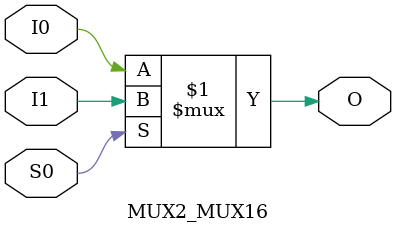
<source format=v>
`ifdef verilator3
`else
`timescale 1 ps / 1 ps
`endif
module MUX2_MUX16
(
    input  I0,
    input  I1,
    input  S0,
    output O
);

    assign O = (S0) ? I1 : I0;

endmodule

</source>
